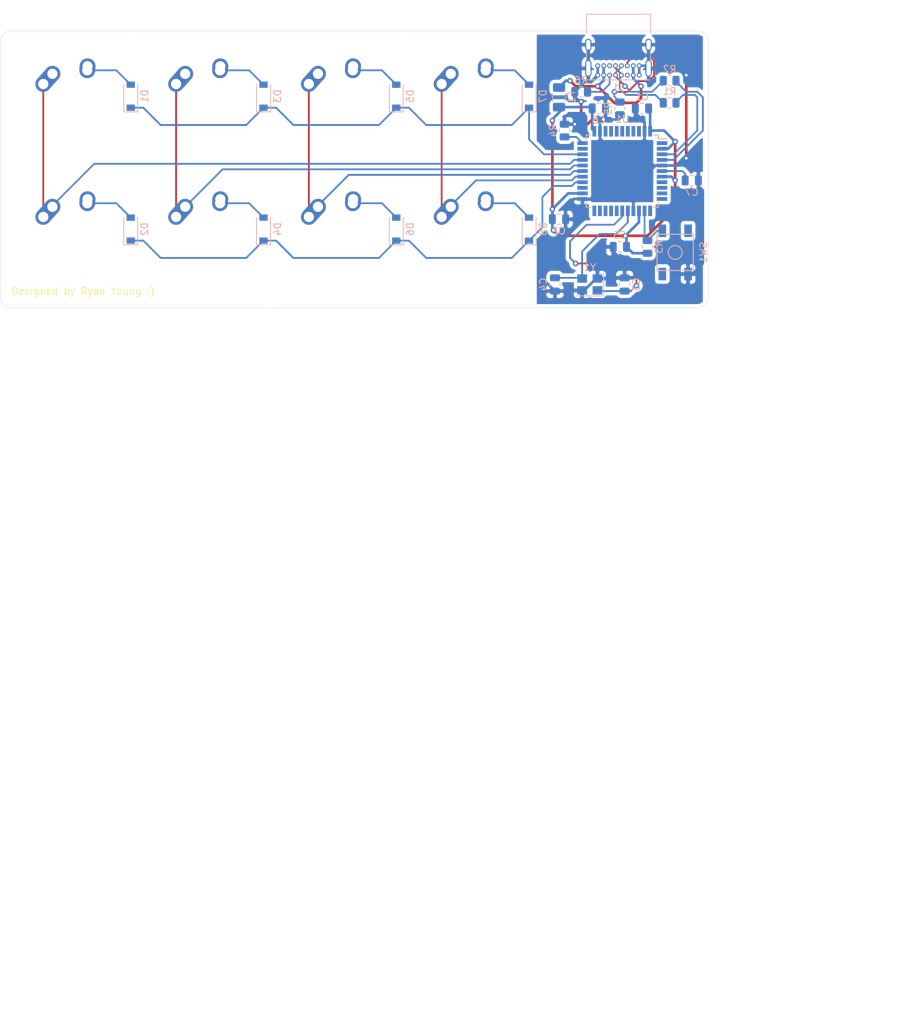
<source format=kicad_pcb>
(kicad_pcb (version 20171130) (host pcbnew "(5.1.9)-1")
  (layers (0 F.Cu signal) (31 B.Cu signal) (34 B.Paste user) (35 F.Paste user) (36 B.SilkS user) (37 F.SilkS user) (38 B.Mask user hide) (39 F.Mask user) (44 Edge.Cuts user))
  (net 0 "")
  (net 1 GND)
  (net 2 +5V)
  (net 3 "Net-(C3-Pad1)")
  (net 4 "Net-(C4-Pad1)")
  (net 5 "Net-(C7-Pad1)")
  (net 6 "Net-(D1-Pad2)")
  (net 7 ROW0)
  (net 8 "Net-(D2-Pad2)")
  (net 9 ROW1)
  (net 10 "Net-(D3-Pad2)")
  (net 11 "Net-(D4-Pad2)")
  (net 12 "Net-(D5-Pad2)")
  (net 13 "Net-(D6-Pad2)")
  (net 14 "Net-(D7-Pad2)")
  (net 15 "Net-(D8-Pad2)")
  (net 16 VCC)
  (net 17 COL0)
  (net 18 COL1)
  (net 19 COL2)
  (net 20 COL3)
  (net 21 D-)
  (net 22 "Net-(R1-Pad1)")
  (net 23 D+)
  (net 24 "Net-(R2-Pad1)")
  (net 25 "Net-(R3-Pad2)")
  (net 26 "Net-(R4-Pad2)")
  (net 27 "Net-(U1-Pad42)")
  (net 28 "Net-(U1-Pad41)")
  (net 29 "Net-(U1-Pad40)")
  (net 30 "Net-(U1-Pad39)")
  (net 31 "Net-(U1-Pad38)")
  (net 32 "Net-(U1-Pad37)")
  (net 33 "Net-(U1-Pad36)")
  (net 34 "Net-(U1-Pad32)")
  (net 35 "Net-(U1-Pad25)")
  (net 36 "Net-(U1-Pad22)")
  (net 37 "Net-(U1-Pad21)")
  (net 38 "Net-(U1-Pad20)")
  (net 39 "Net-(U1-Pad19)")
  (net 40 "Net-(U1-Pad18)")
  (net 41 "Net-(U1-Pad12)")
  (net 42 "Net-(U1-Pad11)")
  (net 43 "Net-(U1-Pad10)")
  (net 44 "Net-(U1-Pad9)")
  (net 45 "Net-(U1-Pad8)")
  (net 46 "Net-(U1-Pad1)")
  (net 47 "Net-(J1-PadB8)")
  (net 48 "Net-(J1-PadA5)")
  (net 49 "Net-(J1-PadA8)")
  (net 50 "Net-(J1-PadB5)")
  (module Connector_USB:USB_C_Receptacle_GCT_USB4085 (layer B.Cu) (at 206.375 74.6125)
    (fp_text reference J1 (at 2.975 1.8) (layer B.SilkS) (effects (justify mirror)))
    (fp_text value USB_C_Receptacle_USB2.0)
    (pad S1 thru_hole oval (at 7.3 -4.36) (size 0.9 1.7) (drill oval 0.6 1.4) (layers *.Cu *.Mask) (net 1 GND))
    (pad S1 thru_hole oval (at -1.35 -4.36) (size 0.9 1.7) (drill oval 0.6 1.4) (layers *.Cu *.Mask) (net 1 GND))
    (pad S1 thru_hole oval (at 7.3 -0.98) (size 0.9 2.4) (drill oval 0.6 2.1) (layers *.Cu *.Mask) (net 1 GND))
    (pad S1 thru_hole oval (at -1.35 -0.98) (size 0.9 2.4) (drill oval 0.6 2.1) (layers *.Cu *.Mask) (net 1 GND))
    (pad B6 thru_hole circle (at 3.4 -1.35) (size 0.7 0.7) (drill 0.4) (layers *.Cu *.Mask) (net 23 D+))
    (pad B1 thru_hole circle (at 5.95 -1.35) (size 0.7 0.7) (drill 0.4) (layers *.Cu *.Mask) (net 1 GND))
    (pad B4 thru_hole circle (at 5.1 -1.35) (size 0.7 0.7) (drill 0.4) (layers *.Cu *.Mask) (net 16 VCC))
    (pad B5 thru_hole circle (at 4.25 -1.35) (size 0.7 0.7) (drill 0.4) (layers *.Cu *.Mask) (net 50 "Net-(J1-PadB5)"))
    (pad B12 thru_hole circle (at 0 -1.35) (size 0.7 0.7) (drill 0.4) (layers *.Cu *.Mask) (net 1 GND))
    (pad B8 thru_hole circle (at 1.7 -1.35) (size 0.7 0.7) (drill 0.4) (layers *.Cu *.Mask) (net 47 "Net-(J1-PadB8)"))
    (pad B7 thru_hole circle (at 2.55 -1.35) (size 0.7 0.7) (drill 0.4) (layers *.Cu *.Mask) (net 21 D-))
    (pad B9 thru_hole circle (at 0.85 -1.35) (size 0.7 0.7) (drill 0.4) (layers *.Cu *.Mask) (net 16 VCC))
    (pad A12 thru_hole circle (at 5.95 0) (size 0.7 0.7) (drill 0.4) (layers *.Cu *.Mask) (net 1 GND))
    (pad A9 thru_hole circle (at 5.1 0) (size 0.7 0.7) (drill 0.4) (layers *.Cu *.Mask) (net 16 VCC))
    (pad A8 thru_hole circle (at 4.25 0) (size 0.7 0.7) (drill 0.4) (layers *.Cu *.Mask) (net 49 "Net-(J1-PadA8)"))
    (pad A7 thru_hole circle (at 3.4 0) (size 0.7 0.7) (drill 0.4) (layers *.Cu *.Mask) (net 21 D-))
    (pad A6 thru_hole circle (at 2.55 0) (size 0.7 0.7) (drill 0.4) (layers *.Cu *.Mask) (net 23 D+))
    (pad A5 thru_hole circle (at 1.7 0) (size 0.7 0.7) (drill 0.4) (layers *.Cu *.Mask) (net 48 "Net-(J1-PadA5)"))
    (pad A4 thru_hole circle (at 0.85 0) (size 0.7 0.7) (drill 0.4) (layers *.Cu *.Mask) (net 16 VCC))
    (pad A1 thru_hole circle (at 0 0) (size 0.7 0.7) (drill 0.4) (layers *.Cu *.Mask) (net 1 GND))
  )
  (module MountingHole:MountingHole_2.2mm_M2 (layer F.Cu) (at 159.54375 106.3625)
    (fp_text reference REF** hide)
    (fp_text value MountingHole_2.2mm_M2)
    (pad 1 np_thru_hole circle (at 0 0) (size 2.2 2.2) (drill 2.2) (layers *.Cu *.Mask))
  )
  (module MountingHole:MountingHole_2.2mm_M2 (layer F.Cu) (at 178.59375 69.85)
    (fp_text reference REF** hide)
    (fp_text value MountingHole_2.2mm_M2)
    (pad 1 np_thru_hole circle (at 0 0) (size 2.2 2.2) (drill 2.2) (layers *.Cu *.Mask))
  )
  (module "" (layer F.Cu) (at 126.20625 104.775)
    (fp_text reference "" (at 123.03125 105.56875) (layer F.SilkS) (effects (font (size 1.27 1.27))))
    (fp_text value "" (at 123.03125 105.56875) (layer F.SilkS) (effects (font (size 1.27 1.27))))
  )
  (module MountingHole:MountingHole_2.2mm_M2 (layer F.Cu) (at 139.7 69.85)
    (fp_text reference REF** hide)
    (fp_text value MountingHole_2.2mm_M2)
    (pad 1 np_thru_hole circle (at 0 0) (size 2.2 2.2) (drill 2.2) (layers *.Cu *.Mask))
  )
  (module Resistor_SMD:R_0805_2012Metric (layer B.Cu) (at 203.99375 76.99375 180)
    (fp_text reference R6 (at 0 1.65) (layer B.SilkS) (effects (justify mirror)))
    (fp_text value 5.1k)
    (pad 2 smd roundrect (at 0.9125 0 180) (size 1.025 1.4) (layers B.Cu B.Paste B.Mask) (roundrect_rratio 0.243902) (net 1 GND))
    (pad 1 smd roundrect (at -0.9125 0 180) (size 1.025 1.4) (layers B.Cu B.Paste B.Mask) (roundrect_rratio 0.243902) (net 48 "Net-(J1-PadA5)"))
  )
  (module Resistor_SMD:R_0805_2012Metric (layer B.Cu) (at 209.55 79.375 270)
    (fp_text reference R5 (at 0 1.65 90) (layer B.SilkS) (effects (justify mirror)))
    (fp_text value 5.1k)
    (pad 2 smd roundrect (at 0.9125 0 270) (size 1.025 1.4) (layers B.Cu B.Paste B.Mask) (roundrect_rratio 0.243902) (net 1 GND))
    (pad 1 smd roundrect (at -0.9125 0 270) (size 1.025 1.4) (layers B.Cu B.Paste B.Mask) (roundrect_rratio 0.243902) (net 50 "Net-(J1-PadB5)"))
  )
  (module Fuse:Fuse_1206_3216Metric (layer B.Cu) (at 200.81875 77.7875 90)
    (fp_text reference F1 (at 0 1.82 90) (layer B.SilkS) (effects (justify mirror)))
    (fp_text value Polyfuse_Small)
    (pad 2 smd roundrect (at 1.4 0 90) (size 1.25 1.75) (layers B.Cu B.Paste B.Mask) (roundrect_rratio 0.2) (net 16 VCC))
    (pad 1 smd roundrect (at -1.4 0 90) (size 1.25 1.75) (layers B.Cu B.Paste B.Mask) (roundrect_rratio 0.2) (net 2 +5V))
  )
  (module Crystal:Crystal_SMD_3225-4Pin_3.2x2.5mm (layer B.Cu) (at 205.2375 104.60625 180)
    (fp_text reference Y1 (at 0 2.45) (layer B.SilkS) (effects (justify mirror)))
    (fp_text value 16MHz)
    (pad 4 smd rect (at -1.1 0.85 180) (size 1.4 1.2) (layers B.Cu B.Paste B.Mask) (net 1 GND))
    (pad 3 smd rect (at 1.1 0.85 180) (size 1.4 1.2) (layers B.Cu B.Paste B.Mask) (net 4 "Net-(C4-Pad1)"))
    (pad 2 smd rect (at 1.1 -0.85 180) (size 1.4 1.2) (layers B.Cu B.Paste B.Mask) (net 1 GND))
    (pad 1 smd rect (at -1.1 -0.85 180) (size 1.4 1.2) (layers B.Cu B.Paste B.Mask) (net 3 "Net-(C3-Pad1)"))
  )
  (module Package_QFP:TQFP-44_10x10mm_P0.8mm (layer B.Cu) (at 209.89375 88.35625 180)
    (fp_text reference U1 (at 0 7.45) (layer B.SilkS) (effects (justify mirror)))
    (fp_text value ATmega32U4-AU)
    (pad 44 smd rect (at -4 5.7 90) (size 1.5 0.55) (layers B.Cu B.Paste B.Mask) (net 2 +5V))
    (pad 43 smd rect (at -3.2 5.7 90) (size 1.5 0.55) (layers B.Cu B.Paste B.Mask) (net 1 GND))
    (pad 42 smd rect (at -2.4 5.7 90) (size 1.5 0.55) (layers B.Cu B.Paste B.Mask) (net 27 "Net-(U1-Pad42)"))
    (pad 41 smd rect (at -1.6 5.7 90) (size 1.5 0.55) (layers B.Cu B.Paste B.Mask) (net 28 "Net-(U1-Pad41)"))
    (pad 40 smd rect (at -0.8 5.7 90) (size 1.5 0.55) (layers B.Cu B.Paste B.Mask) (net 29 "Net-(U1-Pad40)"))
    (pad 39 smd rect (at 0 5.7 90) (size 1.5 0.55) (layers B.Cu B.Paste B.Mask) (net 30 "Net-(U1-Pad39)"))
    (pad 38 smd rect (at 0.8 5.7 90) (size 1.5 0.55) (layers B.Cu B.Paste B.Mask) (net 31 "Net-(U1-Pad38)"))
    (pad 37 smd rect (at 1.6 5.7 90) (size 1.5 0.55) (layers B.Cu B.Paste B.Mask) (net 32 "Net-(U1-Pad37)"))
    (pad 36 smd rect (at 2.4 5.7 90) (size 1.5 0.55) (layers B.Cu B.Paste B.Mask) (net 33 "Net-(U1-Pad36)"))
    (pad 35 smd rect (at 3.2 5.7 90) (size 1.5 0.55) (layers B.Cu B.Paste B.Mask) (net 1 GND))
    (pad 34 smd rect (at 4 5.7 90) (size 1.5 0.55) (layers B.Cu B.Paste B.Mask) (net 2 +5V))
    (pad 33 smd rect (at 5.7 4 180) (size 1.5 0.55) (layers B.Cu B.Paste B.Mask) (net 26 "Net-(R4-Pad2)"))
    (pad 32 smd rect (at 5.7 3.2 180) (size 1.5 0.55) (layers B.Cu B.Paste B.Mask) (net 34 "Net-(U1-Pad32)"))
    (pad 31 smd rect (at 5.7 2.4 180) (size 1.5 0.55) (layers B.Cu B.Paste B.Mask) (net 7 ROW0))
    (pad 30 smd rect (at 5.7 1.6 180) (size 1.5 0.55) (layers B.Cu B.Paste B.Mask) (net 17 COL0))
    (pad 29 smd rect (at 5.7 0.8 180) (size 1.5 0.55) (layers B.Cu B.Paste B.Mask) (net 18 COL1))
    (pad 28 smd rect (at 5.7 0 180) (size 1.5 0.55) (layers B.Cu B.Paste B.Mask) (net 19 COL2))
    (pad 27 smd rect (at 5.7 -0.8 180) (size 1.5 0.55) (layers B.Cu B.Paste B.Mask) (net 20 COL3))
    (pad 26 smd rect (at 5.7 -1.6 180) (size 1.5 0.55) (layers B.Cu B.Paste B.Mask) (net 9 ROW1))
    (pad 25 smd rect (at 5.7 -2.4 180) (size 1.5 0.55) (layers B.Cu B.Paste B.Mask) (net 35 "Net-(U1-Pad25)"))
    (pad 24 smd rect (at 5.7 -3.2 180) (size 1.5 0.55) (layers B.Cu B.Paste B.Mask) (net 2 +5V))
    (pad 23 smd rect (at 5.7 -4 180) (size 1.5 0.55) (layers B.Cu B.Paste B.Mask) (net 1 GND))
    (pad 22 smd rect (at 4 -5.7 90) (size 1.5 0.55) (layers B.Cu B.Paste B.Mask) (net 36 "Net-(U1-Pad22)"))
    (pad 21 smd rect (at 3.2 -5.7 90) (size 1.5 0.55) (layers B.Cu B.Paste B.Mask) (net 37 "Net-(U1-Pad21)"))
    (pad 20 smd rect (at 2.4 -5.7 90) (size 1.5 0.55) (layers B.Cu B.Paste B.Mask) (net 38 "Net-(U1-Pad20)"))
    (pad 19 smd rect (at 1.6 -5.7 90) (size 1.5 0.55) (layers B.Cu B.Paste B.Mask) (net 39 "Net-(U1-Pad19)"))
    (pad 18 smd rect (at 0.8 -5.7 90) (size 1.5 0.55) (layers B.Cu B.Paste B.Mask) (net 40 "Net-(U1-Pad18)"))
    (pad 17 smd rect (at 0 -5.7 90) (size 1.5 0.55) (layers B.Cu B.Paste B.Mask) (net 3 "Net-(C3-Pad1)"))
    (pad 16 smd rect (at -0.8 -5.7 90) (size 1.5 0.55) (layers B.Cu B.Paste B.Mask) (net 4 "Net-(C4-Pad1)"))
    (pad 15 smd rect (at -1.6 -5.7 90) (size 1.5 0.55) (layers B.Cu B.Paste B.Mask) (net 1 GND))
    (pad 14 smd rect (at -2.4 -5.7 90) (size 1.5 0.55) (layers B.Cu B.Paste B.Mask) (net 2 +5V))
    (pad 13 smd rect (at -3.2 -5.7 90) (size 1.5 0.55) (layers B.Cu B.Paste B.Mask) (net 25 "Net-(R3-Pad2)"))
    (pad 12 smd rect (at -4 -5.7 90) (size 1.5 0.55) (layers B.Cu B.Paste B.Mask) (net 41 "Net-(U1-Pad12)"))
    (pad 11 smd rect (at -5.7 -4 180) (size 1.5 0.55) (layers B.Cu B.Paste B.Mask) (net 42 "Net-(U1-Pad11)"))
    (pad 10 smd rect (at -5.7 -3.2 180) (size 1.5 0.55) (layers B.Cu B.Paste B.Mask) (net 43 "Net-(U1-Pad10)"))
    (pad 9 smd rect (at -5.7 -2.4 180) (size 1.5 0.55) (layers B.Cu B.Paste B.Mask) (net 44 "Net-(U1-Pad9)"))
    (pad 8 smd rect (at -5.7 -1.6 180) (size 1.5 0.55) (layers B.Cu B.Paste B.Mask) (net 45 "Net-(U1-Pad8)"))
    (pad 7 smd rect (at -5.7 -0.8 180) (size 1.5 0.55) (layers B.Cu B.Paste B.Mask) (net 2 +5V))
    (pad 6 smd rect (at -5.7 0 180) (size 1.5 0.55) (layers B.Cu B.Paste B.Mask) (net 5 "Net-(C7-Pad1)"))
    (pad 5 smd rect (at -5.7 0.8 180) (size 1.5 0.55) (layers B.Cu B.Paste B.Mask) (net 1 GND))
    (pad 4 smd rect (at -5.7 1.6 180) (size 1.5 0.55) (layers B.Cu B.Paste B.Mask) (net 24 "Net-(R2-Pad1)"))
    (pad 3 smd rect (at -5.7 2.4 180) (size 1.5 0.55) (layers B.Cu B.Paste B.Mask) (net 22 "Net-(R1-Pad1)"))
    (pad 2 smd rect (at -5.7 3.2 180) (size 1.5 0.55) (layers B.Cu B.Paste B.Mask) (net 2 +5V))
    (pad 1 smd rect (at -5.7 4 180) (size 1.5 0.55) (layers B.Cu B.Paste B.Mask) (net 46 "Net-(U1-Pad1)"))
  )
  (module random-keyboard-parts:SKQG-1155865 (layer B.Cu) (at 217.4875 100.0125 270)
    (fp_text reference SW1 (at 0 -4.064 90) (layer B.SilkS) (effects (justify mirror)))
    (fp_text value SW_Push)
    (pad 4 smd rect (at -3.1 -1.85 270) (size 1.8 1.1) (layers B.Cu B.Paste B.Mask))
    (pad 3 smd rect (at 3.1 1.85 270) (size 1.8 1.1) (layers B.Cu B.Paste B.Mask))
    (pad 2 smd rect (at -3.1 1.85 270) (size 1.8 1.1) (layers B.Cu B.Paste B.Mask) (net 25 "Net-(R3-Pad2)"))
    (pad 1 smd rect (at 3.1 -1.85 270) (size 1.8 1.1) (layers B.Cu B.Paste B.Mask) (net 1 GND))
  )
  (module Resistor_SMD:R_0805_2012Metric (layer B.Cu) (at 201.6125 82.55 270)
    (fp_text reference R4 (at 0 1.65 90) (layer B.SilkS) (effects (justify mirror)))
    (fp_text value 10k)
    (pad 2 smd roundrect (at 0.9125 0 270) (size 1.025 1.4) (layers B.Cu B.Paste B.Mask) (roundrect_rratio 0.243902) (net 26 "Net-(R4-Pad2)"))
    (pad 1 smd roundrect (at -0.9125 0 270) (size 1.025 1.4) (layers B.Cu B.Paste B.Mask) (roundrect_rratio 0.243902) (net 1 GND))
  )
  (module Resistor_SMD:R_0805_2012Metric (layer B.Cu) (at 213.51875 99.21875 90)
    (fp_text reference R3 (at 0 1.65 90) (layer B.SilkS) (effects (justify mirror)))
    (fp_text value 10k)
    (pad 2 smd roundrect (at 0.9125 0 90) (size 1.025 1.4) (layers B.Cu B.Paste B.Mask) (roundrect_rratio 0.243902) (net 25 "Net-(R3-Pad2)"))
    (pad 1 smd roundrect (at -0.9125 0 90) (size 1.025 1.4) (layers B.Cu B.Paste B.Mask) (roundrect_rratio 0.243902) (net 2 +5V))
  )
  (module Resistor_SMD:R_0805_2012Metric (layer B.Cu) (at 216.69375 75.40625 180)
    (fp_text reference R2 (at 0 1.65) (layer B.SilkS) (effects (justify mirror)))
    (fp_text value 22)
    (pad 2 smd roundrect (at 0.9125 0 180) (size 1.025 1.4) (layers B.Cu B.Paste B.Mask) (roundrect_rratio 0.243902) (net 23 D+))
    (pad 1 smd roundrect (at -0.9125 0 180) (size 1.025 1.4) (layers B.Cu B.Paste B.Mask) (roundrect_rratio 0.243902) (net 24 "Net-(R2-Pad1)"))
  )
  (module Resistor_SMD:R_0805_2012Metric (layer B.Cu) (at 216.69375 78.58125 180)
    (fp_text reference R1 (at 0 1.65) (layer B.SilkS) (effects (justify mirror)))
    (fp_text value 22)
    (pad 2 smd roundrect (at 0.9125 0 180) (size 1.025 1.4) (layers B.Cu B.Paste B.Mask) (roundrect_rratio 0.243902) (net 21 D-))
    (pad 1 smd roundrect (at -0.9125 0 180) (size 1.025 1.4) (layers B.Cu B.Paste B.Mask) (roundrect_rratio 0.243902) (net 22 "Net-(R1-Pad1)"))
  )
  (module MX_Alps_Hybrid:MX-1U-NoLED (layer F.Cu) (at 187.79375 97.46875)
    (fp_text reference MX8)
    (fp_text value MX-NoLED)
    (pad "" np_thru_hole circle (at 5.08 0 48.0996) (size 1.75 1.75) (drill 1.75) (layers *.Cu *.Mask))
    (pad "" np_thru_hole circle (at -5.08 0 48.0996) (size 1.75 1.75) (drill 1.75) (layers *.Cu *.Mask))
    (pad 1 thru_hole circle (at -2.5 -4) (size 2.25 2.25) (drill 1.47) (layers *.Cu B.Mask) (net 20 COL3))
    (pad "" np_thru_hole circle (at 0 0) (size 3.9878 3.9878) (drill 3.9878) (layers *.Cu *.Mask))
    (pad 1 thru_hole oval (at -3.81 -2.54 48.0996) (size 4.211556 2.25) (drill 1.47 (offset 0.980778 0)) (layers *.Cu B.Mask) (net 20 COL3))
    (pad 2 thru_hole circle (at 2.54 -5.08) (size 2.25 2.25) (drill 1.47) (layers *.Cu B.Mask) (net 15 "Net-(D8-Pad2)"))
    (pad 2 thru_hole oval (at 2.5 -4.5 86.0548) (size 2.831378 2.25) (drill 1.47 (offset 0.290689 0)) (layers *.Cu B.Mask) (net 15 "Net-(D8-Pad2)"))
  )
  (module MX_Alps_Hybrid:MX-1U-NoLED (layer F.Cu) (at 187.79375 78.41875)
    (fp_text reference MX7)
    (fp_text value MX-NoLED)
    (pad "" np_thru_hole circle (at 5.08 0 48.0996) (size 1.75 1.75) (drill 1.75) (layers *.Cu *.Mask))
    (pad "" np_thru_hole circle (at -5.08 0 48.0996) (size 1.75 1.75) (drill 1.75) (layers *.Cu *.Mask))
    (pad 1 thru_hole circle (at -2.5 -4) (size 2.25 2.25) (drill 1.47) (layers *.Cu B.Mask) (net 20 COL3))
    (pad "" np_thru_hole circle (at 0 0) (size 3.9878 3.9878) (drill 3.9878) (layers *.Cu *.Mask))
    (pad 1 thru_hole oval (at -3.81 -2.54 48.0996) (size 4.211556 2.25) (drill 1.47 (offset 0.980778 0)) (layers *.Cu B.Mask) (net 20 COL3))
    (pad 2 thru_hole circle (at 2.54 -5.08) (size 2.25 2.25) (drill 1.47) (layers *.Cu B.Mask) (net 14 "Net-(D7-Pad2)"))
    (pad 2 thru_hole oval (at 2.5 -4.5 86.0548) (size 2.831378 2.25) (drill 1.47 (offset 0.290689 0)) (layers *.Cu B.Mask) (net 14 "Net-(D7-Pad2)"))
  )
  (module MX_Alps_Hybrid:MX-1U-NoLED (layer F.Cu) (at 168.74375 97.46875)
    (fp_text reference MX6)
    (fp_text value MX-NoLED)
    (pad "" np_thru_hole circle (at 5.08 0 48.0996) (size 1.75 1.75) (drill 1.75) (layers *.Cu *.Mask))
    (pad "" np_thru_hole circle (at -5.08 0 48.0996) (size 1.75 1.75) (drill 1.75) (layers *.Cu *.Mask))
    (pad 1 thru_hole circle (at -2.5 -4) (size 2.25 2.25) (drill 1.47) (layers *.Cu B.Mask) (net 19 COL2))
    (pad "" np_thru_hole circle (at 0 0) (size 3.9878 3.9878) (drill 3.9878) (layers *.Cu *.Mask))
    (pad 1 thru_hole oval (at -3.81 -2.54 48.0996) (size 4.211556 2.25) (drill 1.47 (offset 0.980778 0)) (layers *.Cu B.Mask) (net 19 COL2))
    (pad 2 thru_hole circle (at 2.54 -5.08) (size 2.25 2.25) (drill 1.47) (layers *.Cu B.Mask) (net 13 "Net-(D6-Pad2)"))
    (pad 2 thru_hole oval (at 2.5 -4.5 86.0548) (size 2.831378 2.25) (drill 1.47 (offset 0.290689 0)) (layers *.Cu B.Mask) (net 13 "Net-(D6-Pad2)"))
  )
  (module MX_Alps_Hybrid:MX-1U-NoLED (layer F.Cu) (at 168.74375 78.41875)
    (fp_text reference MX5)
    (fp_text value MX-NoLED)
    (pad "" np_thru_hole circle (at 5.08 0 48.0996) (size 1.75 1.75) (drill 1.75) (layers *.Cu *.Mask))
    (pad "" np_thru_hole circle (at -5.08 0 48.0996) (size 1.75 1.75) (drill 1.75) (layers *.Cu *.Mask))
    (pad 1 thru_hole circle (at -2.5 -4) (size 2.25 2.25) (drill 1.47) (layers *.Cu B.Mask) (net 19 COL2))
    (pad "" np_thru_hole circle (at 0 0) (size 3.9878 3.9878) (drill 3.9878) (layers *.Cu *.Mask))
    (pad 1 thru_hole oval (at -3.81 -2.54 48.0996) (size 4.211556 2.25) (drill 1.47 (offset 0.980778 0)) (layers *.Cu B.Mask) (net 19 COL2))
    (pad 2 thru_hole circle (at 2.54 -5.08) (size 2.25 2.25) (drill 1.47) (layers *.Cu B.Mask) (net 12 "Net-(D5-Pad2)"))
    (pad 2 thru_hole oval (at 2.5 -4.5 86.0548) (size 2.831378 2.25) (drill 1.47 (offset 0.290689 0)) (layers *.Cu B.Mask) (net 12 "Net-(D5-Pad2)"))
  )
  (module MX_Alps_Hybrid:MX-1U-NoLED (layer F.Cu) (at 149.69375 97.46875)
    (fp_text reference MX4)
    (fp_text value MX-NoLED)
    (pad "" np_thru_hole circle (at 5.08 0 48.0996) (size 1.75 1.75) (drill 1.75) (layers *.Cu *.Mask))
    (pad "" np_thru_hole circle (at -5.08 0 48.0996) (size 1.75 1.75) (drill 1.75) (layers *.Cu *.Mask))
    (pad 1 thru_hole circle (at -2.5 -4) (size 2.25 2.25) (drill 1.47) (layers *.Cu B.Mask) (net 18 COL1))
    (pad "" np_thru_hole circle (at 0 0) (size 3.9878 3.9878) (drill 3.9878) (layers *.Cu *.Mask))
    (pad 1 thru_hole oval (at -3.81 -2.54 48.0996) (size 4.211556 2.25) (drill 1.47 (offset 0.980778 0)) (layers *.Cu B.Mask) (net 18 COL1))
    (pad 2 thru_hole circle (at 2.54 -5.08) (size 2.25 2.25) (drill 1.47) (layers *.Cu B.Mask) (net 11 "Net-(D4-Pad2)"))
    (pad 2 thru_hole oval (at 2.5 -4.5 86.0548) (size 2.831378 2.25) (drill 1.47 (offset 0.290689 0)) (layers *.Cu B.Mask) (net 11 "Net-(D4-Pad2)"))
  )
  (module MX_Alps_Hybrid:MX-1U-NoLED (layer F.Cu) (at 149.69375 78.41875)
    (fp_text reference MX3)
    (fp_text value MX-NoLED)
    (pad "" np_thru_hole circle (at 5.08 0 48.0996) (size 1.75 1.75) (drill 1.75) (layers *.Cu *.Mask))
    (pad "" np_thru_hole circle (at -5.08 0 48.0996) (size 1.75 1.75) (drill 1.75) (layers *.Cu *.Mask))
    (pad 1 thru_hole circle (at -2.5 -4) (size 2.25 2.25) (drill 1.47) (layers *.Cu B.Mask) (net 18 COL1))
    (pad "" np_thru_hole circle (at 0 0) (size 3.9878 3.9878) (drill 3.9878) (layers *.Cu *.Mask))
    (pad 1 thru_hole oval (at -3.81 -2.54 48.0996) (size 4.211556 2.25) (drill 1.47 (offset 0.980778 0)) (layers *.Cu B.Mask) (net 18 COL1))
    (pad 2 thru_hole circle (at 2.54 -5.08) (size 2.25 2.25) (drill 1.47) (layers *.Cu B.Mask) (net 10 "Net-(D3-Pad2)"))
    (pad 2 thru_hole oval (at 2.5 -4.5 86.0548) (size 2.831378 2.25) (drill 1.47 (offset 0.290689 0)) (layers *.Cu B.Mask) (net 10 "Net-(D3-Pad2)"))
  )
  (module MX_Alps_Hybrid:MX-1U-NoLED (layer F.Cu) (at 130.64375 97.46875)
    (fp_text reference MX2)
    (fp_text value MX-NoLED)
    (pad "" np_thru_hole circle (at 5.08 0 48.0996) (size 1.75 1.75) (drill 1.75) (layers *.Cu *.Mask))
    (pad "" np_thru_hole circle (at -5.08 0 48.0996) (size 1.75 1.75) (drill 1.75) (layers *.Cu *.Mask))
    (pad 1 thru_hole circle (at -2.5 -4) (size 2.25 2.25) (drill 1.47) (layers *.Cu B.Mask) (net 17 COL0))
    (pad "" np_thru_hole circle (at 0 0) (size 3.9878 3.9878) (drill 3.9878) (layers *.Cu *.Mask))
    (pad 1 thru_hole oval (at -3.81 -2.54 48.0996) (size 4.211556 2.25) (drill 1.47 (offset 0.980778 0)) (layers *.Cu B.Mask) (net 17 COL0))
    (pad 2 thru_hole circle (at 2.54 -5.08) (size 2.25 2.25) (drill 1.47) (layers *.Cu B.Mask) (net 8 "Net-(D2-Pad2)"))
    (pad 2 thru_hole oval (at 2.5 -4.5 86.0548) (size 2.831378 2.25) (drill 1.47 (offset 0.290689 0)) (layers *.Cu B.Mask) (net 8 "Net-(D2-Pad2)"))
  )
  (module MX_Alps_Hybrid:MX-1U-NoLED (layer F.Cu) (at 130.64375 78.41875)
    (fp_text reference MX1)
    (fp_text value MX-NoLED)
    (pad "" np_thru_hole circle (at 5.08 0 48.0996) (size 1.75 1.75) (drill 1.75) (layers *.Cu *.Mask))
    (pad "" np_thru_hole circle (at -5.08 0 48.0996) (size 1.75 1.75) (drill 1.75) (layers *.Cu *.Mask))
    (pad 1 thru_hole circle (at -2.5 -4) (size 2.25 2.25) (drill 1.47) (layers *.Cu B.Mask) (net 17 COL0))
    (pad "" np_thru_hole circle (at 0 0) (size 3.9878 3.9878) (drill 3.9878) (layers *.Cu *.Mask))
    (pad 1 thru_hole oval (at -3.81 -2.54 48.0996) (size 4.211556 2.25) (drill 1.47 (offset 0.980778 0)) (layers *.Cu B.Mask) (net 17 COL0))
    (pad 2 thru_hole circle (at 2.54 -5.08) (size 2.25 2.25) (drill 1.47) (layers *.Cu B.Mask) (net 6 "Net-(D1-Pad2)"))
    (pad 2 thru_hole oval (at 2.5 -4.5 86.0548) (size 2.831378 2.25) (drill 1.47 (offset 0.290689 0)) (layers *.Cu B.Mask) (net 6 "Net-(D1-Pad2)"))
  )
  (module Diode_SMD:D_SOD-123 (layer B.Cu) (at 196.525 96.675 90)
    (fp_text reference D8 (at 0 2 270) (layer B.SilkS) (effects (justify mirror)))
    (fp_text value D_Small)
    (pad 2 smd rect (at 1.65 0 90) (size 0.9 1.2) (layers B.Cu B.Paste B.Mask) (net 15 "Net-(D8-Pad2)"))
    (pad 1 smd rect (at -1.65 0 90) (size 0.9 1.2) (layers B.Cu B.Paste B.Mask) (net 9 ROW1))
  )
  (module Diode_SMD:D_SOD-123 (layer B.Cu) (at 196.525 77.625 90)
    (fp_text reference D7 (at 0 2 90) (layer B.SilkS) (effects (justify mirror)))
    (fp_text value D_Small)
    (pad 2 smd rect (at 1.65 0 90) (size 0.9 1.2) (layers B.Cu B.Paste B.Mask) (net 14 "Net-(D7-Pad2)"))
    (pad 1 smd rect (at -1.65 0 90) (size 0.9 1.2) (layers B.Cu B.Paste B.Mask) (net 7 ROW0))
  )
  (module Diode_SMD:D_SOD-123 (layer B.Cu) (at 177.475 96.675 90)
    (fp_text reference D6 (at 0 2 90) (layer B.SilkS) (effects (justify mirror)))
    (fp_text value D_Small)
    (pad 2 smd rect (at 1.65 0 90) (size 0.9 1.2) (layers B.Cu B.Paste B.Mask) (net 13 "Net-(D6-Pad2)"))
    (pad 1 smd rect (at -1.65 0 90) (size 0.9 1.2) (layers B.Cu B.Paste B.Mask) (net 9 ROW1))
  )
  (module Diode_SMD:D_SOD-123 (layer B.Cu) (at 177.475 77.625 90)
    (fp_text reference D5 (at 0 2 90) (layer B.SilkS) (effects (justify mirror)))
    (fp_text value D_Small)
    (pad 2 smd rect (at 1.65 0 90) (size 0.9 1.2) (layers B.Cu B.Paste B.Mask) (net 12 "Net-(D5-Pad2)"))
    (pad 1 smd rect (at -1.65 0 90) (size 0.9 1.2) (layers B.Cu B.Paste B.Mask) (net 7 ROW0))
  )
  (module Diode_SMD:D_SOD-123 (layer B.Cu) (at 158.425 96.675 90)
    (fp_text reference D4 (at 0 2 90) (layer B.SilkS) (effects (justify mirror)))
    (fp_text value D_Small)
    (pad 2 smd rect (at 1.65 0 90) (size 0.9 1.2) (layers B.Cu B.Paste B.Mask) (net 11 "Net-(D4-Pad2)"))
    (pad 1 smd rect (at -1.65 0 90) (size 0.9 1.2) (layers B.Cu B.Paste B.Mask) (net 9 ROW1))
  )
  (module Diode_SMD:D_SOD-123 (layer B.Cu) (at 158.425 77.625 90)
    (fp_text reference D3 (at 0 2 90) (layer B.SilkS) (effects (justify mirror)))
    (fp_text value D_Small)
    (pad 2 smd rect (at 1.65 0 90) (size 0.9 1.2) (layers B.Cu B.Paste B.Mask) (net 10 "Net-(D3-Pad2)"))
    (pad 1 smd rect (at -1.65 0 90) (size 0.9 1.2) (layers B.Cu B.Paste B.Mask) (net 7 ROW0))
  )
  (module Diode_SMD:D_SOD-123 (layer B.Cu) (at 139.375 96.675 90)
    (fp_text reference D2 (at 0 2 270) (layer B.SilkS) (effects (justify mirror)))
    (fp_text value D_Small)
    (pad 2 smd rect (at 1.65 0 90) (size 0.9 1.2) (layers B.Cu B.Paste B.Mask) (net 8 "Net-(D2-Pad2)"))
    (pad 1 smd rect (at -1.65 0 90) (size 0.9 1.2) (layers B.Cu B.Paste B.Mask) (net 9 ROW1))
  )
  (module Diode_SMD:D_SOD-123 (layer B.Cu) (at 139.375 77.625 90)
    (fp_text reference D1 (at 0 2 270) (layer B.SilkS) (effects (justify mirror)))
    (fp_text value D_Small)
    (pad 2 smd rect (at 1.65 0 90) (size 0.9 1.2) (layers B.Cu B.Paste B.Mask) (net 6 "Net-(D1-Pad2)"))
    (pad 1 smd rect (at -1.65 0 90) (size 0.9 1.2) (layers B.Cu B.Paste B.Mask) (net 7 ROW0))
  )
  (module Capacitor_SMD:C_0805_2012Metric (layer B.Cu) (at 219.86875 89.69375)
    (fp_text reference C7 (at 0 1.68) (layer B.SilkS) (effects (justify mirror)))
    (fp_text value 1uF)
    (pad 2 smd roundrect (at 0.95 0) (size 1 1.45) (layers B.Cu B.Paste B.Mask) (net 1 GND))
    (pad 1 smd roundrect (at -0.95 0) (size 1 1.45) (layers B.Cu B.Paste B.Mask) (net 5 "Net-(C7-Pad1)"))
  )
  (module Capacitor_SMD:C_0805_2012Metric (layer B.Cu) (at 206.53125 79.375)
    (fp_text reference C6 (at 0 1.68) (layer B.SilkS) (effects (justify mirror)))
    (fp_text value "10 uF")
    (pad 2 smd roundrect (at 0.95 0) (size 1 1.45) (layers B.Cu B.Paste B.Mask) (net 1 GND))
    (pad 1 smd roundrect (at -0.95 0) (size 1 1.45) (layers B.Cu B.Paste B.Mask) (net 2 +5V))
  )
  (module Capacitor_SMD:C_0805_2012Metric (layer B.Cu) (at 209.55 99.21875 180)
    (fp_text reference C5 (at 0 1.68) (layer B.SilkS) (effects (justify mirror)))
    (fp_text value "0.1 uF")
    (pad 2 smd roundrect (at 0.95 0 180) (size 1 1.45) (layers B.Cu B.Paste B.Mask) (net 1 GND))
    (pad 1 smd roundrect (at -0.95 0 180) (size 1 1.45) (layers B.Cu B.Paste B.Mask) (net 2 +5V))
  )
  (module Capacitor_SMD:C_0805_2012Metric (layer B.Cu) (at 200.2375 104.60625 270)
    (fp_text reference C4 (at 0 1.68 270) (layer B.SilkS) (effects (justify mirror)))
    (fp_text value "22 pF")
    (pad 2 smd roundrect (at 0.95 0 270) (size 1 1.45) (layers B.Cu B.Paste B.Mask) (net 1 GND))
    (pad 1 smd roundrect (at -0.95 0 270) (size 1 1.45) (layers B.Cu B.Paste B.Mask) (net 4 "Net-(C4-Pad1)"))
  )
  (module Capacitor_SMD:C_0805_2012Metric (layer B.Cu) (at 210.2375 104.60625 90)
    (fp_text reference C3 (at 0 1.68 90) (layer B.SilkS) (effects (justify mirror)))
    (fp_text value "22 pF")
    (pad 2 smd roundrect (at 0.95 0 90) (size 1 1.45) (layers B.Cu B.Paste B.Mask) (net 1 GND))
    (pad 1 smd roundrect (at -0.95 0 90) (size 1 1.45) (layers B.Cu B.Paste B.Mask) (net 3 "Net-(C3-Pad1)"))
  )
  (module Capacitor_SMD:C_0805_2012Metric (layer B.Cu) (at 200.81875 95.25)
    (fp_text reference C2 (at 0 1.68) (layer B.SilkS) (effects (justify mirror)))
    (fp_text value "0.1 uF")
    (pad 2 smd roundrect (at 0.95 0) (size 1 1.45) (layers B.Cu B.Paste B.Mask) (net 1 GND))
    (pad 1 smd roundrect (at -0.95 0) (size 1 1.45) (layers B.Cu B.Paste B.Mask) (net 2 +5V))
  )
  (module Capacitor_SMD:C_0805_2012Metric (layer B.Cu) (at 212.725 79.375 180)
    (fp_text reference C1 (at 0 1.68) (layer B.SilkS) (effects (justify mirror)))
    (fp_text value "0.1 uF")
    (pad 2 smd roundrect (at 0.95 0 180) (size 1 1.45) (layers B.Cu B.Paste B.Mask) (net 1 GND))
    (pad 1 smd roundrect (at -0.95 0 180) (size 1 1.45) (layers B.Cu B.Paste B.Mask) (net 2 +5V))
  )
  (gr_text "Designed by Ryan Yeung :)" (at 132.55625 105.56875) (layer F.SilkS) (effects (font (size 1 1))))
  (gr_line (start 222.25 106.3625) (end 222.25 69.85) (layer Edge.Cuts) (width 0.05))
  (gr_line (start 196.05625 68.2625) (end 199.23125 68.2625) (layer Edge.Cuts) (width 0.05))
  (gr_line (start 199.23125 68.2625) (end 220.6625 68.2625) (layer Edge.Cuts) (width 0.05))
  (gr_line (start 122.2375 68.2625) (end 196.05625 68.2625) (layer Edge.Cuts) (width 0.05))
  (gr_arc (start 220.6625 69.85) (end 222.25 69.85) (angle -90) (layer Edge.Cuts) (width 0.05))
  (gr_line (start 122.2375 107.95) (end 220.6625 107.95) (layer Edge.Cuts) (width 0.05))
  (gr_arc (start 220.6625 106.3625) (end 220.6625 107.95) (angle -90) (layer Edge.Cuts) (width 0.05))
  (gr_line (start 120.65 69.85) (end 120.65 106.3625) (layer Edge.Cuts) (width 0.05))
  (gr_arc (start 122.2375 106.3625) (end 120.65 106.3625) (angle -90) (layer Edge.Cuts) (width 0.05))
  (gr_arc (start 122.2375 69.85) (end 122.2375 68.2625) (angle -90) (layer Edge.Cuts) (width 0.05))
  (segment (start 207.48125 79.375) (end 207.48125 80.65) (width 0.381) (layer B.Cu) (net 1))
  (segment (start 206.69375 81.4375) (end 206.69375 82.65625) (width 0.381) (layer B.Cu) (net 1))
  (segment (start 207.48125 80.65) (end 206.69375 81.4375) (width 0.381) (layer B.Cu) (net 1))
  (segment (start 201.6125 81.6375) (end 203.08125 81.6375) (width 0.381) (layer B.Cu) (net 1))
  (via (at 203.08125 81.6375) (size 0.8) (drill 0.4) (layers F.Cu B.Cu) (net 1))
  (segment (start 204.90625 81.6375) (end 205.58125 80.9625) (width 0.381) (layer F.Cu) (net 1))
  (segment (start 205.58125 80.9625) (end 207.16875 80.9625) (width 0.381) (layer F.Cu) (net 1))
  (via (at 207.16875 80.9625) (size 0.8) (drill 0.4) (layers F.Cu B.Cu) (net 1))
  (segment (start 218.0375 87.55625) (end 215.59375 87.55625) (width 0.381) (layer B.Cu) (net 1))
  (segment (start 218.678125 86.915625) (end 218.0375 87.55625) (width 0.381) (layer B.Cu) (net 1))
  (segment (start 201.76875 95.25) (end 201.76875 93.50625) (width 0.381) (layer B.Cu) (net 1))
  (segment (start 202.91875 92.35625) (end 204.19375 92.35625) (width 0.381) (layer B.Cu) (net 1))
  (segment (start 201.76875 93.50625) (end 202.91875 92.35625) (width 0.381) (layer B.Cu) (net 1))
  (segment (start 204.0375 105.55625) (end 204.1375 105.45625) (width 0.381) (layer B.Cu) (net 1))
  (segment (start 200.2375 105.55625) (end 204.0375 105.55625) (width 0.381) (layer B.Cu) (net 1))
  (segment (start 210.1375 103.75625) (end 210.2375 103.65625) (width 0.381) (layer B.Cu) (net 1))
  (segment (start 206.3375 103.75625) (end 210.1375 103.75625) (width 0.381) (layer B.Cu) (net 1))
  (segment (start 204.440402 105.45625) (end 204.1375 105.45625) (width 0.381) (layer B.Cu) (net 1))
  (segment (start 206.140402 103.75625) (end 204.440402 105.45625) (width 0.381) (layer B.Cu) (net 1))
  (segment (start 206.3375 103.75625) (end 206.140402 103.75625) (width 0.381) (layer B.Cu) (net 1))
  (segment (start 210.2375 103.65625) (end 210.2375 101.49375) (width 0.381) (layer B.Cu) (net 1))
  (segment (start 208.6 99.85625) (end 208.6 99.21875) (width 0.381) (layer B.Cu) (net 1))
  (segment (start 210.2375 101.49375) (end 208.6 99.85625) (width 0.381) (layer B.Cu) (net 1))
  (segment (start 219.3375 103.1125) (end 219.94375 103.1125) (width 0.381) (layer B.Cu) (net 1))
  (segment (start 219.94375 103.1125) (end 221.45625 101.6) (width 0.381) (layer B.Cu) (net 1))
  (segment (start 221.45625 101.6) (end 221.45625 91.125) (width 0.381) (layer B.Cu) (net 1))
  (segment (start 213.09375 81.33125) (end 211.775 80.0125) (width 0.381) (layer B.Cu) (net 1))
  (segment (start 213.09375 82.65625) (end 213.09375 81.33125) (width 0.381) (layer B.Cu) (net 1))
  (segment (start 214.665848 87.55625) (end 215.59375 87.55625) (width 0.381) (layer B.Cu) (net 1))
  (segment (start 213.09375 83.78725) (end 211.94975 84.93125) (width 0.381) (layer B.Cu) (net 1))
  (segment (start 213.09375 82.65625) (end 213.09375 83.78725) (width 0.381) (layer B.Cu) (net 1))
  (segment (start 206.69375 83.6625) (end 206.69375 82.65625) (width 0.381) (layer B.Cu) (net 1))
  (segment (start 211.94975 84.93125) (end 207.9625 84.93125) (width 0.381) (layer B.Cu) (net 1))
  (segment (start 207.9625 84.93125) (end 206.69375 83.6625) (width 0.381) (layer B.Cu) (net 1))
  (segment (start 206.39975 91.28125) (end 210.940848 91.28125) (width 0.381) (layer B.Cu) (net 1))
  (segment (start 205.32475 92.35625) (end 206.39975 91.28125) (width 0.381) (layer B.Cu) (net 1))
  (segment (start 204.19375 92.35625) (end 205.32475 92.35625) (width 0.381) (layer B.Cu) (net 1))
  (segment (start 211.49375 90.728348) (end 211.832924 90.389174) (width 0.381) (layer B.Cu) (net 1))
  (segment (start 211.832924 90.389174) (end 214.665848 87.55625) (width 0.381) (layer B.Cu) (net 1))
  (segment (start 210.940848 91.28125) (end 211.436049 90.786049) (width 0.381) (layer B.Cu) (net 1))
  (segment (start 211.436049 90.786049) (end 211.832924 90.389174) (width 0.381) (layer B.Cu) (net 1))
  (segment (start 211.49375 90.05) (end 211.49375 90.84375) (width 0.381) (layer B.Cu) (net 1))
  (segment (start 207.9625 86.51875) (end 211.49375 90.05) (width 0.381) (layer B.Cu) (net 1))
  (segment (start 207.9625 84.93125) (end 207.9625 86.51875) (width 0.381) (layer B.Cu) (net 1))
  (segment (start 211.49375 90.84375) (end 211.49375 90.728348) (width 0.381) (layer B.Cu) (net 1))
  (segment (start 211.49375 94.05625) (end 211.49375 90.84375) (width 0.381) (layer B.Cu) (net 1))
  (segment (start 220.81875 90.4875) (end 221.45625 91.125) (width 0.381) (layer B.Cu) (net 1))
  (segment (start 220.81875 89.69375) (end 220.81875 90.4875) (width 0.381) (layer B.Cu) (net 1))
  (segment (start 220.81875 89.69375) (end 220.81875 88.2625) (width 0.381) (layer B.Cu) (net 1))
  (segment (start 220.81875 88.2625) (end 219.075 86.51875) (width 0.381) (layer B.Cu) (net 1))
  (segment (start 219.075 86.51875) (end 218.678125 86.915625) (width 0.381) (layer B.Cu) (net 1))
  (segment (start 198.4375 103.75625) (end 200.2375 105.55625) (width 0.381) (layer B.Cu) (net 1))
  (segment (start 198.4375 100.80625) (end 198.4375 103.75625) (width 0.381) (layer B.Cu) (net 1))
  (segment (start 201.76875 97.475) (end 198.4375 100.80625) (width 0.381) (layer B.Cu) (net 1))
  (segment (start 201.76875 95.25) (end 201.76875 97.475) (width 0.381) (layer B.Cu) (net 1))
  (segment (start 219.075 83.34375) (end 219.075 86.51875) (width 0.381) (layer F.Cu) (net 1))
  (via (at 219.075 86.51875) (size 0.8) (drill 0.4) (layers F.Cu B.Cu) (net 1))
  (segment (start 203.08125 76.99375) (end 203.08125 77.66875) (width 0.381) (layer B.Cu) (net 1))
  (segment (start 203.08125 77.66875) (end 203.99375 78.58125) (width 0.381) (layer B.Cu) (net 1))
  (via (at 203.99375 78.397) (size 0.8) (drill 0.4) (layers F.Cu B.Cu) (net 1))
  (segment (start 203.99375 78.58125) (end 203.99375 78.397) (width 0.381) (layer B.Cu) (net 1))
  (segment (start 203.99375 78.397) (end 203.99375 81.51875) (width 0.381) (layer F.Cu) (net 1))
  (segment (start 203.99375 81.51875) (end 204.1125 81.6375) (width 0.381) (layer F.Cu) (net 1))
  (segment (start 204.1125 81.6375) (end 204.90625 81.6375) (width 0.381) (layer F.Cu) (net 1))
  (segment (start 203.08125 81.6375) (end 204.1125 81.6375) (width 0.381) (layer F.Cu) (net 1))
  (segment (start 213.87 73.77375) (end 218.23625 73.77375) (width 0.381) (layer B.Cu) (net 1))
  (segment (start 218.23625 73.77375) (end 219.075 74.6125) (width 0.381) (layer B.Cu) (net 1))
  (via (at 219.075 74.6125) (size 0.8) (drill 0.4) (layers F.Cu B.Cu) (net 1))
  (segment (start 219.075 74.6125) (end 219.075 83.34375) (width 0.381) (layer F.Cu) (net 1))
  (segment (start 206.3 74.68875) (end 206.29875 74.68875) (width 0.381) (layer B.Cu) (net 1))
  (segment (start 206.29875 74.68875) (end 205.58125 75.40625) (width 0.381) (layer B.Cu) (net 1))
  (segment (start 204.66875 75.40625) (end 203.08125 76.99375) (width 0.381) (layer B.Cu) (net 1))
  (segment (start 205.58125 75.40625) (end 204.66875 75.40625) (width 0.381) (layer B.Cu) (net 1))
  (segment (start 209.55 80.8) (end 209.3875 80.9625) (width 0.381) (layer B.Cu) (net 1))
  (segment (start 209.55 80.2875) (end 209.55 80.8) (width 0.381) (layer B.Cu) (net 1))
  (segment (start 209.3875 80.9625) (end 207.16875 80.9625) (width 0.381) (layer B.Cu) (net 1))
  (segment (start 206.375 73.2625) (end 206.375 74.6125) (width 0.381) (layer B.Cu) (net 1))
  (segment (start 212.325 73.2625) (end 212.325 74.6125) (width 0.381) (layer B.Cu) (net 1))
  (segment (start 213.305 73.2625) (end 213.675 73.6325) (width 0.381) (layer B.Cu) (net 1))
  (segment (start 212.325 73.2625) (end 213.305 73.2625) (width 0.381) (layer B.Cu) (net 1))
  (segment (start 205.39375 79.1875) (end 205.58125 79.375) (width 0.381) (layer B.Cu) (net 2))
  (segment (start 201.6125 79.1875) (end 205.39375 79.1875) (width 0.381) (layer B.Cu) (net 2))
  (segment (start 213.89375 79.59375) (end 213.89375 82.65625) (width 0.381) (layer B.Cu) (net 2))
  (segment (start 213.675 79.375) (end 213.89375 79.59375) (width 0.381) (layer B.Cu) (net 2))
  (segment (start 205.58125 82.34375) (end 205.89375 82.65625) (width 0.381) (layer B.Cu) (net 2))
  (segment (start 205.58125 79.375) (end 205.58125 82.34375) (width 0.381) (layer B.Cu) (net 2))
  (segment (start 199.86875 95.25) (end 199.86875 93.81875) (width 0.381) (layer B.Cu) (net 2))
  (segment (start 202.13125 91.55625) (end 204.19375 91.55625) (width 0.381) (layer B.Cu) (net 2))
  (segment (start 199.86875 93.81875) (end 202.13125 91.55625) (width 0.381) (layer B.Cu) (net 2))
  (segment (start 212.29375 95.68125) (end 212.29375 94.05625) (width 0.381) (layer B.Cu) (net 2))
  (segment (start 210.5 97.475) (end 212.29375 95.68125) (width 0.381) (layer B.Cu) (net 2))
  (segment (start 210.5 99.21875) (end 210.5 97.475) (width 0.381) (layer B.Cu) (net 2))
  (segment (start 210.61875 99.3375) (end 210.5 99.21875) (width 0.381) (layer B.Cu) (net 2))
  (segment (start 211.4125 100.13125) (end 210.5 99.21875) (width 0.381) (layer B.Cu) (net 2))
  (segment (start 213.51875 100.13125) (end 211.4125 100.13125) (width 0.381) (layer B.Cu) (net 2))
  (via (at 200.025 96.8375) (size 0.8) (drill 0.4) (layers F.Cu B.Cu) (net 2))
  (segment (start 199.86875 96.68125) (end 200.025 96.8375) (width 0.381) (layer B.Cu) (net 2))
  (segment (start 199.86875 95.25) (end 199.86875 96.68125) (width 0.381) (layer B.Cu) (net 2))
  (via (at 210.34375 97.63125) (size 0.8) (drill 0.4) (layers F.Cu B.Cu) (net 2))
  (segment (start 210.34375 97.63125) (end 213.51875 97.63125) (width 0.381) (layer F.Cu) (net 2))
  (segment (start 213.51875 97.63125) (end 217.4875 93.6625) (width 0.381) (layer F.Cu) (net 2))
  (segment (start 217.4875 93.6625) (end 217.4875 89.69375) (width 0.381) (layer F.Cu) (net 2))
  (via (at 217.4875 89.69375) (size 0.8) (drill 0.4) (layers F.Cu B.Cu) (net 2))
  (segment (start 217.4875 89.69375) (end 217.4875 84.1375) (width 0.381) (layer F.Cu) (net 2))
  (segment (start 214 82.55) (end 213.89375 82.65625) (width 0.381) (layer B.Cu) (net 2))
  (segment (start 215.9 82.55) (end 214 82.55) (width 0.381) (layer B.Cu) (net 2))
  (via (at 217.4875 84.1375) (size 0.8) (drill 0.4) (layers F.Cu B.Cu) (net 2))
  (segment (start 215.9 82.55) (end 217.4875 84.1375) (width 0.381) (layer B.Cu) (net 2))
  (segment (start 216.46875 85.15625) (end 215.59375 85.15625) (width 0.381) (layer B.Cu) (net 2))
  (segment (start 217.4875 84.1375) (end 216.46875 85.15625) (width 0.381) (layer B.Cu) (net 2))
  (segment (start 216.95 89.15625) (end 215.59375 89.15625) (width 0.381) (layer B.Cu) (net 2))
  (segment (start 217.4875 89.69375) (end 216.95 89.15625) (width 0.381) (layer B.Cu) (net 2))
  (via (at 199.86875 93.81875) (size 0.8) (drill 0.4) (layers F.Cu B.Cu) (net 2))
  (segment (start 199.86875 93.81875) (end 199.86875 81.11875) (width 0.381) (layer F.Cu) (net 2))
  (via (at 199.86875 81.11875) (size 0.8) (drill 0.4) (layers F.Cu B.Cu) (net 2))
  (segment (start 199.86875 80.93125) (end 201.6125 79.1875) (width 0.381) (layer B.Cu) (net 2))
  (segment (start 199.86875 81.11875) (end 199.86875 80.93125) (width 0.381) (layer B.Cu) (net 2))
  (segment (start 200.025 96.8375) (end 200.81875 97.63125) (width 0.381) (layer F.Cu) (net 2))
  (segment (start 200.81875 97.63125) (end 210.34375 97.63125) (width 0.381) (layer F.Cu) (net 2))
  (segment (start 206.4375 105.55625) (end 206.3375 105.45625) (width 0.254) (layer B.Cu) (net 3))
  (segment (start 210.2375 105.55625) (end 206.4375 105.55625) (width 0.254) (layer B.Cu) (net 3))
  (segment (start 209.89375 94.869852) (end 209.89375 94.05625) (width 0.254) (layer B.Cu) (net 3))
  (segment (start 208.719852 96.04375) (end 209.89375 94.869852) (width 0.254) (layer B.Cu) (net 3))
  (segment (start 207.16875 96.04375) (end 208.719852 96.04375) (width 0.254) (layer B.Cu) (net 3))
  (segment (start 205.58125 96.04375) (end 207.16875 96.04375) (width 0.254) (layer B.Cu) (net 3))
  (segment (start 206.375 96.04375) (end 207.16875 96.04375) (width 0.254) (layer B.Cu) (net 3))
  (via (at 203.2 101.6) (size 0.8) (drill 0.4) (layers F.Cu B.Cu) (net 3))
  (segment (start 203.2 101.6) (end 202.40625 100.80625) (width 0.254) (layer B.Cu) (net 3))
  (segment (start 202.40625 100.80625) (end 202.40625 98.425) (width 0.254) (layer B.Cu) (net 3))
  (segment (start 202.40625 98.425) (end 204.7875 96.04375) (width 0.254) (layer B.Cu) (net 3))
  (segment (start 204.7875 96.04375) (end 205.58125 96.04375) (width 0.254) (layer B.Cu) (net 3))
  (segment (start 210.2375 105.55625) (end 211.15 105.55625) (width 0.254) (layer B.Cu) (net 3))
  (segment (start 211.15 105.55625) (end 211.93125 104.775) (width 0.254) (layer B.Cu) (net 3))
  (via (at 211.93125 104.775) (size 0.8) (drill 0.4) (layers F.Cu B.Cu) (net 3))
  (segment (start 206.375 101.6) (end 203.2 101.6) (width 0.254) (layer F.Cu) (net 3))
  (segment (start 211.1375 101.6) (end 206.375 101.6) (width 0.254) (layer F.Cu) (net 3))
  (segment (start 211.93125 102.39375) (end 211.1375 101.6) (width 0.254) (layer F.Cu) (net 3))
  (segment (start 211.93125 104.775) (end 211.93125 102.39375) (width 0.254) (layer F.Cu) (net 3))
  (segment (start 204.0375 103.65625) (end 204.1375 103.75625) (width 0.254) (layer B.Cu) (net 4))
  (segment (start 200.2375 103.65625) (end 204.0375 103.65625) (width 0.254) (layer B.Cu) (net 4))
  (segment (start 204.1375 99.86875) (end 204.1375 103.75625) (width 0.254) (layer B.Cu) (net 4))
  (segment (start 206.63326 97.37299) (end 204.1375 99.86875) (width 0.254) (layer B.Cu) (net 4))
  (segment (start 209.01451 97.37299) (end 206.63326 97.37299) (width 0.254) (layer B.Cu) (net 4))
  (segment (start 210.69375 95.69375) (end 209.01451 97.37299) (width 0.254) (layer B.Cu) (net 4))
  (segment (start 210.69375 94.05625) (end 210.69375 95.69375) (width 0.254) (layer B.Cu) (net 4))
  (segment (start 218.91875 89.69375) (end 219.075 89.69375) (width 0.254) (layer B.Cu) (net 5))
  (segment (start 218.91875 88.74375) (end 218.91875 89.69375) (width 0.254) (layer B.Cu) (net 5))
  (segment (start 218.53125 88.35625) (end 218.91875 88.74375) (width 0.254) (layer B.Cu) (net 5))
  (segment (start 215.59375 88.35625) (end 218.53125 88.35625) (width 0.254) (layer B.Cu) (net 5))
  (segment (start 137.31875 73.91875) (end 139.375 75.975) (width 0.254) (layer B.Cu) (net 6))
  (segment (start 133.14375 73.91875) (end 137.31875 73.91875) (width 0.254) (layer B.Cu) (net 6))
  (segment (start 155.94375 81.75625) (end 158.425 79.275) (width 0.254) (layer B.Cu) (net 7))
  (segment (start 158.425 79.275) (end 160.2375 79.275) (width 0.254) (layer B.Cu) (net 7))
  (segment (start 160.2375 79.275) (end 162.71875 81.75625) (width 0.254) (layer B.Cu) (net 7))
  (segment (start 174.99375 81.75625) (end 177.475 79.275) (width 0.254) (layer B.Cu) (net 7))
  (segment (start 162.71875 81.75625) (end 174.99375 81.75625) (width 0.254) (layer B.Cu) (net 7))
  (segment (start 177.475 79.275) (end 179.2875 79.275) (width 0.254) (layer B.Cu) (net 7))
  (segment (start 179.2875 79.275) (end 181.76875 81.75625) (width 0.254) (layer B.Cu) (net 7))
  (segment (start 194.04375 81.75625) (end 196.525 79.275) (width 0.254) (layer B.Cu) (net 7))
  (segment (start 181.76875 81.75625) (end 194.04375 81.75625) (width 0.254) (layer B.Cu) (net 7))
  (segment (start 139.375 79.275) (end 141.1875 79.275) (width 0.254) (layer B.Cu) (net 7))
  (segment (start 143.66875 81.75625) (end 155.94375 81.75625) (width 0.254) (layer B.Cu) (net 7))
  (segment (start 141.1875 79.275) (end 143.66875 81.75625) (width 0.254) (layer B.Cu) (net 7))
  (segment (start 196.525 79.275) (end 196.525 83.8125) (width 0.254) (layer B.Cu) (net 7))
  (segment (start 198.66875 85.95625) (end 204.19375 85.95625) (width 0.254) (layer B.Cu) (net 7))
  (segment (start 196.525 83.8125) (end 198.66875 85.95625) (width 0.254) (layer B.Cu) (net 7))
  (segment (start 137.31875 92.96875) (end 139.375 95.025) (width 0.254) (layer B.Cu) (net 8))
  (segment (start 133.14375 92.96875) (end 137.31875 92.96875) (width 0.254) (layer B.Cu) (net 8))
  (segment (start 139.375 98.325) (end 141.1875 98.325) (width 0.254) (layer B.Cu) (net 9))
  (segment (start 141.1875 98.325) (end 143.66875 100.80625) (width 0.254) (layer B.Cu) (net 9))
  (segment (start 155.94375 100.80625) (end 158.425 98.325) (width 0.254) (layer B.Cu) (net 9))
  (segment (start 143.66875 100.80625) (end 155.94375 100.80625) (width 0.254) (layer B.Cu) (net 9))
  (segment (start 158.425 98.325) (end 160.2375 98.325) (width 0.254) (layer B.Cu) (net 9))
  (segment (start 160.2375 98.325) (end 162.71875 100.80625) (width 0.254) (layer B.Cu) (net 9))
  (segment (start 174.99375 100.80625) (end 177.475 98.325) (width 0.254) (layer B.Cu) (net 9))
  (segment (start 162.71875 100.80625) (end 174.99375 100.80625) (width 0.254) (layer B.Cu) (net 9))
  (segment (start 177.475 98.325) (end 179.2875 98.325) (width 0.254) (layer B.Cu) (net 9))
  (segment (start 179.2875 98.325) (end 181.76875 100.80625) (width 0.254) (layer B.Cu) (net 9))
  (segment (start 194.04375 100.80625) (end 196.525 98.325) (width 0.254) (layer B.Cu) (net 9))
  (segment (start 181.76875 100.80625) (end 194.04375 100.80625) (width 0.254) (layer B.Cu) (net 9))
  (segment (start 198.4375 96.4125) (end 198.4375 92.075) (width 0.254) (layer B.Cu) (net 9))
  (segment (start 196.525 98.325) (end 198.4375 96.4125) (width 0.254) (layer B.Cu) (net 9))
  (segment (start 203.18975 89.95625) (end 202.6585 90.4875) (width 0.254) (layer B.Cu) (net 9))
  (segment (start 204.19375 89.95625) (end 203.18975 89.95625) (width 0.254) (layer B.Cu) (net 9))
  (segment (start 202.6585 90.4875) (end 200.025 90.4875) (width 0.254) (layer B.Cu) (net 9))
  (segment (start 200.025 90.4875) (end 198.4375 92.075) (width 0.254) (layer B.Cu) (net 9))
  (segment (start 156.36875 73.91875) (end 158.425 75.975) (width 0.254) (layer B.Cu) (net 10))
  (segment (start 152.19375 73.91875) (end 156.36875 73.91875) (width 0.254) (layer B.Cu) (net 10))
  (segment (start 156.36875 92.96875) (end 158.425 95.025) (width 0.254) (layer B.Cu) (net 11))
  (segment (start 152.19375 92.96875) (end 156.36875 92.96875) (width 0.254) (layer B.Cu) (net 11))
  (segment (start 175.41875 73.91875) (end 177.475 75.975) (width 0.254) (layer B.Cu) (net 12))
  (segment (start 171.24375 73.91875) (end 175.41875 73.91875) (width 0.254) (layer B.Cu) (net 12))
  (segment (start 175.41875 92.96875) (end 177.475 95.025) (width 0.254) (layer B.Cu) (net 13))
  (segment (start 171.24375 92.96875) (end 175.41875 92.96875) (width 0.254) (layer B.Cu) (net 13))
  (segment (start 194.46875 73.91875) (end 196.525 75.975) (width 0.254) (layer B.Cu) (net 14))
  (segment (start 190.91375 73.91875) (end 190.33375 73.33875) (width 0.254) (layer B.Cu) (net 14))
  (segment (start 194.46875 73.91875) (end 190.91375 73.91875) (width 0.254) (layer B.Cu) (net 14))
  (segment (start 194.46875 92.96875) (end 196.525 95.025) (width 0.254) (layer B.Cu) (net 15))
  (segment (start 190.29375 92.96875) (end 194.46875 92.96875) (width 0.254) (layer B.Cu) (net 15))
  (via (at 206.375 76.2) (size 0.8) (drill 0.4) (layers F.Cu B.Cu) (net 16))
  (segment (start 206.375 76.2) (end 203.2 76.2) (width 0.381) (layer F.Cu) (net 16))
  (segment (start 203.2 76.2) (end 202.40625 75.40625) (width 0.381) (layer F.Cu) (net 16))
  (via (at 202.40625 75.40625) (size 0.8) (drill 0.4) (layers F.Cu B.Cu) (net 16))
  (segment (start 201.8 75.40625) (end 200.81875 76.3875) (width 0.381) (layer B.Cu) (net 16))
  (segment (start 202.40625 75.40625) (end 201.8 75.40625) (width 0.381) (layer B.Cu) (net 16))
  (via (at 212.586444 76.2) (size 0.8) (drill 0.4) (layers F.Cu B.Cu) (net 16))
  (segment (start 212.586444 76.2) (end 212.586444 77.926056) (width 0.381) (layer F.Cu) (net 16))
  (segment (start 212.586444 77.926056) (end 211.93125 78.58125) (width 0.381) (layer F.Cu) (net 16))
  (segment (start 211.93125 78.58125) (end 208.75625 78.58125) (width 0.381) (layer F.Cu) (net 16))
  (segment (start 208.75625 78.58125) (end 206.375 76.2) (width 0.381) (layer F.Cu) (net 16))
  (segment (start 207.225 75.35) (end 207.225 74.6125) (width 0.381) (layer B.Cu) (net 16))
  (segment (start 206.375 76.2) (end 207.225 75.35) (width 0.381) (layer B.Cu) (net 16))
  (segment (start 207.225 73.2625) (end 207.225 74.6125) (width 0.381) (layer B.Cu) (net 16))
  (segment (start 211.475 75.088556) (end 212.586444 76.2) (width 0.381) (layer B.Cu) (net 16))
  (segment (start 211.475 74.6125) (end 211.475 75.088556) (width 0.381) (layer B.Cu) (net 16))
  (segment (start 211.475 73.2625) (end 211.475 74.6125) (width 0.381) (layer B.Cu) (net 16))
  (segment (start 126.83375 75.87875) (end 126.83375 94.92875) (width 0.254) (layer F.Cu) (net 17))
  (segment (start 202.9625 86.75625) (end 204.19375 86.75625) (width 0.254) (layer B.Cu) (net 17))
  (segment (start 202.40625 87.3125) (end 202.9625 86.75625) (width 0.254) (layer B.Cu) (net 17))
  (segment (start 134.14375 87.3125) (end 202.40625 87.3125) (width 0.254) (layer B.Cu) (net 17))
  (segment (start 126.83375 94.6225) (end 134.14375 87.3125) (width 0.254) (layer B.Cu) (net 17))
  (segment (start 126.83375 94.92875) (end 126.83375 94.6225) (width 0.254) (layer B.Cu) (net 17))
  (segment (start 145.88375 75.87875) (end 145.88375 94.92875) (width 0.254) (layer F.Cu) (net 18))
  (segment (start 202.95625 87.55625) (end 204.19375 87.55625) (width 0.254) (layer B.Cu) (net 18))
  (segment (start 202.40625 88.10625) (end 202.95625 87.55625) (width 0.254) (layer B.Cu) (net 18))
  (segment (start 152.55625 88.10625) (end 202.40625 88.10625) (width 0.254) (layer B.Cu) (net 18))
  (segment (start 147.19375 93.46875) (end 152.55625 88.10625) (width 0.254) (layer B.Cu) (net 18))
  (segment (start 164.93375 75.87875) (end 164.93375 94.92875) (width 0.254) (layer F.Cu) (net 19))
  (segment (start 164.93375 94.92875) (end 165.42125 94.92875) (width 0.254) (layer B.Cu) (net 19))
  (segment (start 202.95 88.35625) (end 204.19375 88.35625) (width 0.254) (layer B.Cu) (net 19))
  (segment (start 202.40625 88.9) (end 202.95 88.35625) (width 0.254) (layer B.Cu) (net 19))
  (segment (start 170.65625 88.9) (end 202.40625 88.9) (width 0.254) (layer B.Cu) (net 19))
  (segment (start 164.93375 94.6225) (end 170.65625 88.9) (width 0.254) (layer B.Cu) (net 19))
  (segment (start 164.93375 94.92875) (end 164.93375 94.6225) (width 0.254) (layer B.Cu) (net 19))
  (segment (start 183.98375 75.87875) (end 183.98375 94.92875) (width 0.254) (layer F.Cu) (net 20))
  (segment (start 203.18975 89.15625) (end 204.19375 89.15625) (width 0.254) (layer B.Cu) (net 20))
  (segment (start 188.9125 89.69375) (end 202.65225 89.69375) (width 0.254) (layer B.Cu) (net 20))
  (segment (start 202.65225 89.69375) (end 203.18975 89.15625) (width 0.254) (layer B.Cu) (net 20))
  (segment (start 183.98375 94.6225) (end 188.9125 89.69375) (width 0.254) (layer B.Cu) (net 20))
  (segment (start 183.98375 94.92875) (end 183.98375 94.6225) (width 0.254) (layer B.Cu) (net 20))
  (segment (start 215.78125 78.58125) (end 215.515297 78.58125) (width 0.254) (layer B.Cu) (net 21))
  (segment (start 208.925 73.610538) (end 209.775 74.460538) (width 0.254) (layer F.Cu) (net 21))
  (segment (start 209.775 74.460538) (end 209.775 74.6125) (width 0.254) (layer F.Cu) (net 21))
  (segment (start 208.925 73.2625) (end 208.925 73.610538) (width 0.254) (layer F.Cu) (net 21))
  (segment (start 209.775 74.764462) (end 209.775 74.6125) (width 0.254) (layer B.Cu) (net 21))
  (segment (start 209.55 74.989462) (end 209.775 74.764462) (width 0.254) (layer B.Cu) (net 21))
  (segment (start 209.55 76.54631) (end 209.55 74.989462) (width 0.254) (layer B.Cu) (net 21))
  (segment (start 210.45145 77.44776) (end 209.55 76.54631) (width 0.254) (layer B.Cu) (net 21))
  (segment (start 214.64776 77.44776) (end 210.45145 77.44776) (width 0.254) (layer B.Cu) (net 21))
  (segment (start 215.78125 78.58125) (end 214.64776 77.44776) (width 0.254) (layer B.Cu) (net 21))
  (segment (start 216.59775 85.95625) (end 215.59375 85.95625) (width 0.254) (layer B.Cu) (net 22))
  (segment (start 220.6625 82.55) (end 217.25625 85.95625) (width 0.254) (layer B.Cu) (net 22))
  (segment (start 220.6625 77.7875) (end 220.6625 82.55) (width 0.254) (layer B.Cu) (net 22))
  (segment (start 220.32276 77.44776) (end 220.6625 77.7875) (width 0.254) (layer B.Cu) (net 22))
  (segment (start 217.25625 85.95625) (end 215.59375 85.95625) (width 0.254) (layer B.Cu) (net 22))
  (segment (start 218.62099 77.44776) (end 220.32276 77.44776) (width 0.254) (layer B.Cu) (net 22))
  (segment (start 217.60625 78.4625) (end 218.62099 77.44776) (width 0.254) (layer B.Cu) (net 22))
  (segment (start 217.60625 78.58125) (end 217.60625 78.4625) (width 0.254) (layer B.Cu) (net 22))
  (segment (start 214.19375 76.99375) (end 215.78125 75.40625) (width 0.254) (layer B.Cu) (net 23))
  (segment (start 211.1375 76.99375) (end 214.19375 76.99375) (width 0.254) (layer B.Cu) (net 23))
  (segment (start 210.3 76.15625) (end 211.1375 76.99375) (width 0.254) (layer B.Cu) (net 23))
  (segment (start 208.925 74.264462) (end 208.925 74.6125) (width 0.254) (layer B.Cu) (net 23))
  (segment (start 209.775 73.414462) (end 208.925 74.264462) (width 0.254) (layer B.Cu) (net 23))
  (segment (start 209.775 73.2625) (end 209.775 73.414462) (width 0.254) (layer B.Cu) (net 23))
  (segment (start 208.925 74.6125) (end 208.925 74.78125) (width 0.254) (layer F.Cu) (net 23))
  (segment (start 208.925 74.78125) (end 210.34375 76.2) (width 0.254) (layer F.Cu) (net 23))
  (via (at 210.287987 76.208335) (size 0.8) (drill 0.4) (layers F.Cu B.Cu) (net 23))
  (segment (start 210.3 76.196322) (end 210.287987 76.208335) (width 0.254) (layer B.Cu) (net 23))
  (segment (start 210.3 76.15625) (end 210.3 76.196322) (width 0.254) (layer B.Cu) (net 23))
  (segment (start 216.45625 86.75625) (end 215.59375 86.75625) (width 0.254) (layer B.Cu) (net 24))
  (segment (start 217.25 86.75625) (end 215.59375 86.75625) (width 0.254) (layer B.Cu) (net 24))
  (segment (start 221.45625 82.55) (end 217.25 86.75625) (width 0.254) (layer B.Cu) (net 24))
  (segment (start 217.60625 75.525) (end 218.28125 76.2) (width 0.254) (layer B.Cu) (net 24))
  (segment (start 221.45625 77.7875) (end 221.45625 82.55) (width 0.254) (layer B.Cu) (net 24))
  (segment (start 217.60625 75.40625) (end 217.60625 75.525) (width 0.254) (layer B.Cu) (net 24))
  (segment (start 218.28125 76.2) (end 219.075 76.99375) (width 0.254) (layer B.Cu) (net 24))
  (segment (start 219.075 76.99375) (end 220.6625 76.99375) (width 0.254) (layer B.Cu) (net 24))
  (segment (start 220.6625 76.99375) (end 221.45625 77.7875) (width 0.254) (layer B.Cu) (net 24))
  (segment (start 213.51875 98.30625) (end 213.6375 98.30625) (width 0.254) (layer B.Cu) (net 25))
  (segment (start 213.09375 97.88125) (end 213.09375 94.05625) (width 0.254) (layer B.Cu) (net 25))
  (segment (start 213.51875 98.30625) (end 213.09375 97.88125) (width 0.254) (layer B.Cu) (net 25))
  (segment (start 214.9125 96.9125) (end 213.51875 98.30625) (width 0.254) (layer B.Cu) (net 25))
  (segment (start 215.6375 96.9125) (end 214.9125 96.9125) (width 0.254) (layer B.Cu) (net 25))
  (segment (start 203.3 83.4625) (end 204.19375 84.35625) (width 0.254) (layer B.Cu) (net 26))
  (segment (start 201.6125 83.4625) (end 203.3 83.4625) (width 0.254) (layer B.Cu) (net 26))
  (segment (start 206.974 76.99375) (end 204.90625 76.99375) (width 0.254) (layer B.Cu) (net 48))
  (segment (start 208.075 75.89275) (end 208.075 74.6125) (width 0.254) (layer B.Cu) (net 48))
  (segment (start 206.974 76.99375) (end 208.075 75.89275) (width 0.254) (layer B.Cu) (net 48))
  (segment (start 209.432808 78.345308) (end 209.55 78.4625) (width 0.254) (layer B.Cu) (net 50))
  (segment (start 214.45201 74.704348) (end 213.683359 75.472999) (width 0.254) (layer F.Cu) (net 50))
  (segment (start 214.45201 72.560652) (end 214.45201 74.704348) (width 0.254) (layer F.Cu) (net 50))
  (segment (start 213.722609 71.831251) (end 214.45201 72.560652) (width 0.254) (layer F.Cu) (net 50))
  (segment (start 211.537499 71.831251) (end 213.722609 71.831251) (width 0.254) (layer F.Cu) (net 50))
  (segment (start 211.1375 72.23125) (end 211.537499 71.831251) (width 0.254) (layer F.Cu) (net 50))
  (segment (start 210.625 73.2625) (end 210.625 72.74375) (width 0.254) (layer F.Cu) (net 50))
  (segment (start 210.625 72.74375) (end 211.1375 72.23125) (width 0.254) (layer F.Cu) (net 50))
  (segment (start 212.237483 75.472999) (end 210.716732 76.99375) (width 0.254) (layer F.Cu) (net 50))
  (segment (start 213.683359 75.472999) (end 212.237483 75.472999) (width 0.254) (layer F.Cu) (net 50))
  (segment (start 210.716732 76.99375) (end 208.75625 76.99375) (width 0.254) (layer F.Cu) (net 50))
  (via (at 208.75625 76.99375) (size 0.8) (drill 0.4) (layers F.Cu B.Cu) (net 50))
  (segment (start 208.75625 77.66875) (end 209.55 78.4625) (width 0.254) (layer B.Cu) (net 50))
  (segment (start 208.75625 76.99375) (end 208.75625 77.66875) (width 0.254) (layer B.Cu) (net 50))
  (zone (net 1) (net_name GND) (layer B.Cu) (connect_pads (clearance 0.508)) (min_thickness 0.254) (fill yes (arc_segments 32) (thermal_gap 0.508) (thermal_bridge_width 0.508))
    (polygon (pts (xy 221.45625 107.95) (xy 197.64375 107.95) (xy 197.64375 68.2625) (xy 221.45625 68.2625)))
  )
  (zone (net 1) (net_name GND) (layer B.Cu) (connect_pads (clearance 0.508)) (min_thickness 0.254) (fill yes (arc_segments 32) (thermal_gap 0.508) (thermal_bridge_width 0.508))
    (polygon (pts (xy 221.45625 107.95) (xy 197.64375 107.95) (xy 197.64375 69.05625) (xy 221.45625 69.05625)))
  )
)
</source>
